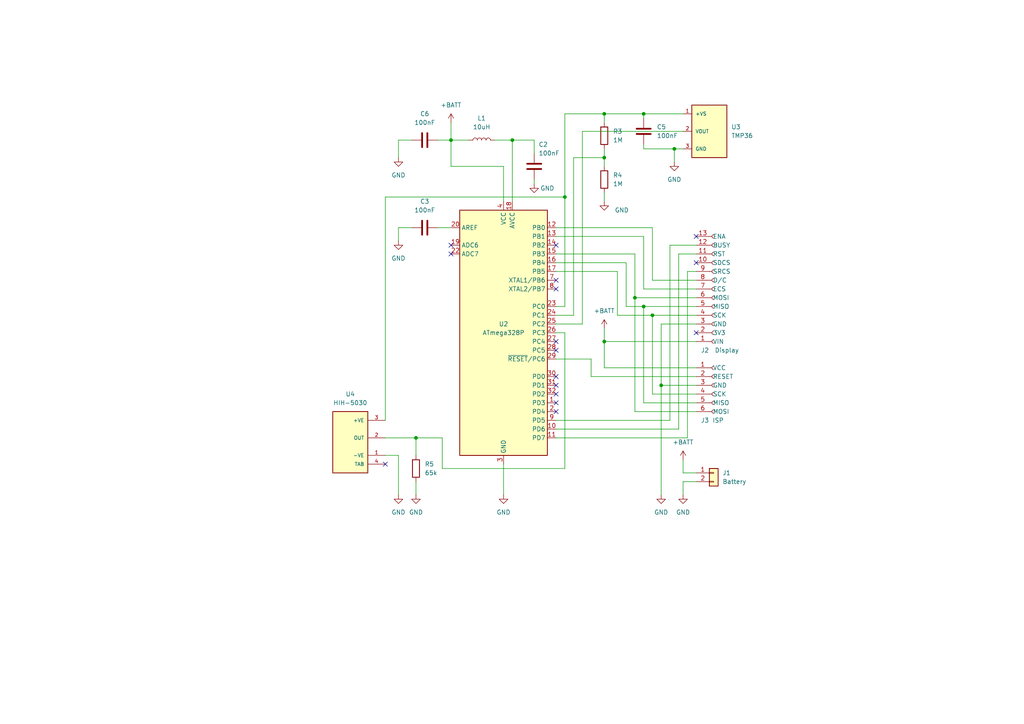
<source format=kicad_sch>
(kicad_sch (version 20211123) (generator eeschema)
  (paper "A4")
  (title_block (title "Thermidity") (date "2023-05-21") (rev "1.0.0") (company "torsten.roemer@luniks.net"))
  (lib_symbols
    (symbol "Connector:Conn_01x06_Female" (pin_names (offset 1.016))
      (property "Reference" "J1" (at 1.27 8.89 0))
      (property "Value" "ISP" (at 1.27 6.35 0))
      (symbol "Conn_01x06_Female_1_1"
        (arc (start 0 -7.112) (mid -0.508 -7.62) (end 0 -8.128) (stroke (width 0.1524)))
        (arc (start 0 -4.572) (mid -0.508 -5.08) (end 0 -5.588) (stroke (width 0.1524)))
        (arc (start 0 -2.032) (mid -0.508 -2.54) (end 0 -3.048) (stroke (width 0.1524)))
        (polyline (pts (xy -1.27 -7.62) (xy -0.508 -7.62)) (stroke (width 0.1524)))
        (polyline (pts (xy -1.27 -5.08) (xy -0.508 -5.08)) (stroke (width 0.1524)))
        (polyline (pts (xy -1.27 -2.54) (xy -0.508 -2.54)) (stroke (width 0.1524)))
        (polyline (pts (xy -1.27 0) (xy -0.508 0)) (stroke (width 0.1524)))
        (polyline (pts (xy -1.27 2.54) (xy -0.508 2.54)) (stroke (width 0.1524)))
        (polyline (pts (xy -1.27 5.08) (xy -0.508 5.08)) (stroke (width 0.1524)))
        (arc (start 0 0.508) (mid -0.508 0) (end 0 -0.508) (stroke (width 0.1524)))
        (arc (start 0 3.048) (mid -0.508 2.54) (end 0 2.032) (stroke (width 0.1524)))
        (arc (start 0 5.588) (mid -0.508 5.08) (end 0 4.572) (stroke (width 0.1524)))
        (pin passive line (at -5.08 5.08 0) (length 3.81) (name "VCC") (number "1"))
        (pin passive line (at -5.08 2.54 0) (length 3.81) (name "RESET") (number "2"))
        (pin passive line (at -5.08 0 0) (length 3.81) (name "GND") (number "3"))
        (pin passive line (at -5.08 -2.54 0) (length 3.81) (name "SCK") (number "4"))
        (pin passive line (at -5.08 -5.08 0) (length 3.81) (name "MISO") (number "5"))
        (pin passive line (at -5.08 -7.62 0) (length 3.81) (name "MOSI") (number "6"))
      )
    )
    (symbol "Connector:Conn_01x13_Female" (pin_names (offset 1.016))
      (property "Reference" "J2" (at -0.635 20.32 0))
      (property "Value" "Display" (at -0.635 17.78 0))
      (symbol "Conn_01x13_Female_1_1"
        (arc (start 0 -14.732) (mid -0.508 -15.24) (end 0 -15.748) (stroke (width 0.1524)))
        (arc (start 0 -12.192) (mid -0.508 -12.7) (end 0 -13.208) (stroke (width 0.1524)))
        (arc (start 0 -9.652) (mid -0.508 -10.16) (end 0 -10.668) (stroke (width 0.1524)))
        (arc (start 0 -7.112) (mid -0.508 -7.62) (end 0 -8.128) (stroke (width 0.1524)))
        (arc (start 0 -4.572) (mid -0.508 -5.08) (end 0 -5.588) (stroke (width 0.1524)))
        (arc (start 0 -2.032) (mid -0.508 -2.54) (end 0 -3.048) (stroke (width 0.1524)))
        (polyline (pts (xy -1.27 -15.24) (xy -0.508 -15.24)) (stroke (width 0.1524)))
        (polyline (pts (xy -1.27 -12.7) (xy -0.508 -12.7)) (stroke (width 0.1524)))
        (polyline (pts (xy -1.27 -10.16) (xy -0.508 -10.16)) (stroke (width 0.1524)))
        (polyline (pts (xy -1.27 -7.62) (xy -0.508 -7.62)) (stroke (width 0.1524)))
        (polyline (pts (xy -1.27 -5.08) (xy -0.508 -5.08)) (stroke (width 0.1524)))
        (polyline (pts (xy -1.27 -2.54) (xy -0.508 -2.54)) (stroke (width 0.1524)))
        (polyline (pts (xy -1.27 0) (xy -0.508 0)) (stroke (width 0.1524)))
        (polyline (pts (xy -1.27 2.54) (xy -0.508 2.54)) (stroke (width 0.1524)))
        (polyline (pts (xy -1.27 5.08) (xy -0.508 5.08)) (stroke (width 0.1524)))
        (polyline (pts (xy -1.27 7.62) (xy -0.508 7.62)) (stroke (width 0.1524)))
        (polyline (pts (xy -1.27 10.16) (xy -0.508 10.16)) (stroke (width 0.1524)))
        (polyline (pts (xy -1.27 12.7) (xy -0.508 12.7)) (stroke (width 0.1524)))
        (polyline (pts (xy -1.27 15.24) (xy -0.508 15.24)) (stroke (width 0.1524)))
        (arc (start 0 0.508) (mid -0.508 0) (end 0 -0.508) (stroke (width 0.1524)))
        (arc (start 0 3.048) (mid -0.508 2.54) (end 0 2.032) (stroke (width 0.1524)))
        (arc (start 0 5.588) (mid -0.508 5.08) (end 0 4.572) (stroke (width 0.1524)))
        (arc (start 0 8.128) (mid -0.508 7.62) (end 0 7.112) (stroke (width 0.1524)))
        (arc (start 0 10.668) (mid -0.508 10.16) (end 0 9.652) (stroke (width 0.1524)))
        (arc (start 0 13.208) (mid -0.508 12.7) (end 0 12.192) (stroke (width 0.1524)))
        (arc (start 0 15.748) (mid -0.508 15.24) (end 0 14.732) (stroke (width 0.1524)))
        (pin passive line (at -5.08 15.24 0) (length 3.81) (name "VIN") (number "1"))
        (pin passive line (at -5.08 -7.62 0) (length 3.81) (name "SDCS") (number "10"))
        (pin passive line (at -5.08 -10.16 0) (length 3.81) (name "RST") (number "11"))
        (pin passive line (at -5.08 -12.7 0) (length 3.81) (name "BUSY") (number "12"))
        (pin passive line (at -5.08 -15.24 0) (length 3.81) (name "ENA") (number "13"))
        (pin passive line (at -5.08 12.7 0) (length 3.81) (name "3V3") (number "2"))
        (pin passive line (at -5.08 10.16 0) (length 3.81) (name "GND") (number "3"))
        (pin passive line (at -5.08 7.62 0) (length 3.81) (name "SCK") (number "4"))
        (pin passive line (at -5.08 5.08 0) (length 3.81) (name "MISO") (number "5"))
        (pin passive line (at -5.08 2.54 0) (length 3.81) (name "MOSI") (number "6"))
        (pin passive line (at -5.08 0 0) (length 3.81) (name "ECS") (number "7"))
        (pin passive line (at -5.08 -2.54 0) (length 3.81) (name "D/C") (number "8"))
        (pin passive line (at -5.08 -5.08 0) (length 3.81) (name "SRCS") (number "9"))
      )
    )
    (symbol "Connector_Generic:Conn_01x02" (pin_names (offset 1.016) hide)
      (property "Reference" "J" (at 0 2.54 0))
      (property "Value" "Conn_01x02" (at 0 -5.08 0))
      (symbol "Conn_01x02_1_1"
        (rectangle (start -1.27 -2.413) (end 0 -2.667) (stroke (width 0.1524)))
        (rectangle (start -1.27 0.127) (end 0 -0.127) (stroke (width 0.1524)))
        (rectangle (start -1.27 1.27) (end 1.27 -3.81) (stroke (width 0.254)) (fill (type background)))
        (pin passive line (at -5.08 0 0) (length 3.81) (name "Pin_1") (number "1"))
        (pin passive line (at -5.08 -2.54 0) (length 3.81) (name "Pin_2") (number "2"))
      )
    )
    (symbol "Device:C" (pin_numbers hide) (pin_names (offset 0.254))
      (property "Reference" "C" (at 0.635 2.54 0))
      (property "Value" "C" (at 0.635 -2.54 0))
      (symbol "C_0_1"
        (polyline (pts (xy -2.032 -0.762) (xy 2.032 -0.762)) (stroke (width 0.508)))
        (polyline (pts (xy -2.032 0.762) (xy 2.032 0.762)) (stroke (width 0.508)))
      )
      (symbol "C_1_1"
        (pin passive line (at 0 3.81 270) (length 2.794) (name "~") (number "1"))
        (pin passive line (at 0 -3.81 90) (length 2.794) (name "~") (number "2"))
      )
    )
    (symbol "Device:L" (pin_numbers hide) (pin_names (offset 1.016) hide)
      (property "Reference" "L" (at -1.27 0 90))
      (property "Value" "L" (at 1.905 0 90))
      (symbol "L_0_1"
        (arc (start 0 -2.54) (mid 0.635 -1.905) (end 0 -1.27))
        (arc (start 0 -1.27) (mid 0.635 -0.635) (end 0 0))
        (arc (start 0 0) (mid 0.635 0.635) (end 0 1.27))
        (arc (start 0 1.27) (mid 0.635 1.905) (end 0 2.54))
      )
      (symbol "L_1_1"
        (pin passive line (at 0 3.81 270) (length 1.27) (name "1") (number "1"))
        (pin passive line (at 0 -3.81 90) (length 1.27) (name "2") (number "2"))
      )
    )
    (symbol "Device:R" (pin_numbers hide) (pin_names (offset 0))
      (property "Reference" "R" (at 2.032 0 90))
      (property "Value" "R" (at 0 0 90))
      (symbol "R_0_1"
        (rectangle (start -1.016 -2.54) (end 1.016 2.54) (stroke (width 0.254)))
      )
      (symbol "R_1_1"
        (pin passive line (at 0 3.81 270) (length 1.27) (name "~") (number "1"))
        (pin passive line (at 0 -3.81 90) (length 1.27) (name "~") (number "2"))
      )
    )
    (symbol "HIH-5030-001:HIH-5030-001" (pin_names (offset 1.016))
      (property "Reference" "U" (at -11.4679 10.8308 0))
      (property "Value" "HIH-5030-001" (at -11.4507 -10.8145 0))
      (symbol "HIH-5030-001_0_0"
        (rectangle (start -10.16 -7.62) (end 0 10.16) (stroke (width 0.254)) (fill (type background)))
        (pin power_in line (at 5.08 -2.54 180) (length 5.08) (name "-VE") (number "1"))
        (pin output line (at 5.08 2.54 180) (length 5.08) (name "OUT") (number "2"))
        (pin power_in line (at 5.08 7.62 180) (length 5.08) (name "+VE") (number "3"))
        (pin passive line (at 5.08 -5.08 180) (length 5.08) (name "TAB") (number "4"))
      )
    )
    (symbol "MCU_Microchip_ATmega:ATmega328P-A"
      (property "Reference" "U" (at -12.7 36.83 0))
      (property "Value" "ATmega328P-A" (at 2.54 -36.83 0))
      (symbol "ATmega328P-A_0_1"
        (rectangle (start -12.7 -35.56) (end 12.7 35.56) (stroke (width 0.254)) (fill (type background)))
      )
      (symbol "ATmega328P-A_1_1"
        (pin bidirectional line (at 15.24 -20.32 180) (length 2.54) (name "PD3") (number "1"))
        (pin bidirectional line (at 15.24 -27.94 180) (length 2.54) (name "PD6") (number "10"))
        (pin bidirectional line (at 15.24 -30.48 180) (length 2.54) (name "PD7") (number "11"))
        (pin bidirectional line (at 15.24 30.48 180) (length 2.54) (name "PB0") (number "12"))
        (pin bidirectional line (at 15.24 27.94 180) (length 2.54) (name "PB1") (number "13"))
        (pin bidirectional line (at 15.24 25.4 180) (length 2.54) (name "PB2") (number "14"))
        (pin bidirectional line (at 15.24 22.86 180) (length 2.54) (name "PB3") (number "15"))
        (pin bidirectional line (at 15.24 20.32 180) (length 2.54) (name "PB4") (number "16"))
        (pin bidirectional line (at 15.24 17.78 180) (length 2.54) (name "PB5") (number "17"))
        (pin power_in line (at 2.54 38.1 270) (length 2.54) (name "AVCC") (number "18"))
        (pin input line (at -15.24 25.4 0) (length 2.54) (name "ADC6") (number "19"))
        (pin bidirectional line (at 15.24 -22.86 180) (length 2.54) (name "PD4") (number "2"))
        (pin passive line (at -15.24 30.48 0) (length 2.54) (name "AREF") (number "20"))
        (pin passive line (at 0 -38.1 90) (length 2.54) hide (name "GND") (number "21"))
        (pin input line (at -15.24 22.86 0) (length 2.54) (name "ADC7") (number "22"))
        (pin bidirectional line (at 15.24 7.62 180) (length 2.54) (name "PC0") (number "23"))
        (pin bidirectional line (at 15.24 5.08 180) (length 2.54) (name "PC1") (number "24"))
        (pin bidirectional line (at 15.24 2.54 180) (length 2.54) (name "PC2") (number "25"))
        (pin bidirectional line (at 15.24 0 180) (length 2.54) (name "PC3") (number "26"))
        (pin bidirectional line (at 15.24 -2.54 180) (length 2.54) (name "PC4") (number "27"))
        (pin bidirectional line (at 15.24 -5.08 180) (length 2.54) (name "PC5") (number "28"))
        (pin bidirectional line (at 15.24 -7.62 180) (length 2.54) (name "~{RESET}/PC6") (number "29"))
        (pin power_in line (at 0 -38.1 90) (length 2.54) (name "GND") (number "3"))
        (pin bidirectional line (at 15.24 -12.7 180) (length 2.54) (name "PD0") (number "30"))
        (pin bidirectional line (at 15.24 -15.24 180) (length 2.54) (name "PD1") (number "31"))
        (pin bidirectional line (at 15.24 -17.78 180) (length 2.54) (name "PD2") (number "32"))
        (pin power_in line (at 0 38.1 270) (length 2.54) (name "VCC") (number "4"))
        (pin passive line (at 0 -38.1 90) (length 2.54) hide (name "GND") (number "5"))
        (pin passive line (at 0 38.1 270) (length 2.54) hide (name "VCC") (number "6"))
        (pin bidirectional line (at 15.24 15.24 180) (length 2.54) (name "XTAL1/PB6") (number "7"))
        (pin bidirectional line (at 15.24 12.7 180) (length 2.54) (name "XTAL2/PB7") (number "8"))
        (pin bidirectional line (at 15.24 -25.4 180) (length 2.54) (name "PD5") (number "9"))
      )
    )
    (symbol "TMP36GT9:TMP36GT9" (pin_names (offset 1.016))
      (property "Reference" "U" (at -5.0829 7.6244 0))
      (property "Value" "TMP36GT9" (at -5.08 -10.16 0))
      (symbol "TMP36GT9_0_0"
        (rectangle (start -5.08 -7.62) (end 5.08 7.62) (stroke (width 0.254)) (fill (type background)))
        (pin power_in line (at 7.62 5.08 180) (length 2.54) (name "+VS") (number "1"))
        (pin output line (at 7.62 0 180) (length 2.54) (name "VOUT") (number "2"))
        (pin power_in line (at 7.62 -5.08 180) (length 2.54) (name "GND") (number "3"))
      )
    )
    (symbol "power:+BATT" (power) (pin_names (offset 0))
      (property "Value" "+BATT" (at 0 3.556 0))
      (symbol "+BATT_0_1"
        (polyline (pts (xy -0.762 1.27) (xy 0 2.54)))
        (polyline (pts (xy 0 0) (xy 0 2.54)))
        (polyline (pts (xy 0 2.54) (xy 0.762 1.27)))
      )
      (symbol "+BATT_1_1"
        (pin power_in line (at 0 0 90) (length 0) hide (name "+BATT") (number "1"))
      )
    )
    (symbol "power:GND" (power) (pin_names (offset 0))
      (property "Value" "GND" (at 0 -3.81 0))
      (symbol "GND_0_1"
        (polyline (pts (xy 0 0) (xy 0 -1.27) (xy 1.27 -1.27) (xy 0 -2.54) (xy -1.27 -1.27) (xy 0 -1.27)))
      )
      (symbol "GND_1_1"
        (pin power_in line (at 0 0 270) (length 0) hide (name "GND") (number "1"))
      )
    )
  )
  (junction (at 148.59 40.64))
  (junction (at 120.65 127))
  (junction (at 189.23 91.44))
  (junction (at 186.69 88.9))
  (junction (at 175.26 33.02))
  (junction (at 186.69 33.02))
  (junction (at 130.81 40.64))
  (junction (at 175.26 99.06))
  (junction (at 163.83 57.15))
  (junction (at 184.15 86.36))
  (junction (at 191.77 111.76))
  (junction (at 195.58 43.18))
  (junction (at 175.26 45.72))
  (no_connect (at 161.29 81.28))
  (no_connect (at 161.29 71.12))
  (no_connect (at 161.29 101.6))
  (no_connect (at 161.29 116.84))
  (no_connect (at 161.29 114.3))
  (no_connect (at 161.29 99.06))
  (no_connect (at 201.93 68.58))
  (no_connect (at 201.93 96.52))
  (no_connect (at 161.29 111.76))
  (no_connect (at 201.93 76.2))
  (no_connect (at 161.29 119.38))
  (no_connect (at 111.76 134.62))
  (no_connect (at 130.81 73.66))
  (no_connect (at 161.29 83.82))
  (no_connect (at 130.81 71.12))
  (no_connect (at 161.29 109.22))
  (wire (pts (xy 184.15 119.38) (xy 184.15 86.36)))
  (wire (pts (xy 196.85 124.46) (xy 161.29 124.46)))
  (wire (pts (xy 191.77 111.76) (xy 201.93 111.76)))
  (wire (pts (xy 186.69 43.18) (xy 195.58 43.18)))
  (wire (pts (xy 163.83 135.89) (xy 163.83 96.52)))
  (wire (pts (xy 199.39 127) (xy 161.29 127)))
  (wire (pts (xy 175.26 106.68) (xy 175.26 99.06)))
  (wire (pts (xy 186.69 68.58) (xy 186.69 83.82)))
  (wire (pts (xy 186.69 83.82) (xy 201.93 83.82)))
  (wire (pts (xy 130.81 48.26) (xy 130.81 40.64)))
  (wire (pts (xy 201.93 119.38) (xy 184.15 119.38)))
  (wire (pts (xy 127 66.04) (xy 130.81 66.04)))
  (wire (pts (xy 161.29 73.66) (xy 184.15 73.66)))
  (wire (pts (xy 186.69 68.58) (xy 161.29 68.58)))
  (wire (pts (xy 195.58 43.18) (xy 198.12 43.18)))
  (wire (pts (xy 148.59 40.64) (xy 154.94 40.64)))
  (wire (pts (xy 119.38 66.04) (xy 115.57 66.04)))
  (wire (pts (xy 143.51 40.64) (xy 148.59 40.64)))
  (wire (pts (xy 161.29 76.2) (xy 181.61 76.2)))
  (wire (pts (xy 198.12 133.35) (xy 198.12 137.16)))
  (wire (pts (xy 201.93 106.68) (xy 175.26 106.68)))
  (wire (pts (xy 163.83 57.15) (xy 111.76 57.15)))
  (wire (pts (xy 201.93 139.7) (xy 198.12 139.7)))
  (wire (pts (xy 195.58 43.18) (xy 195.58 46.99)))
  (wire (pts (xy 168.91 38.1) (xy 198.12 38.1)))
  (wire (pts (xy 194.31 71.12) (xy 194.31 121.92)))
  (wire (pts (xy 186.69 41.91) (xy 186.69 43.18)))
  (wire (pts (xy 175.26 99.06) (xy 175.26 95.25)))
  (wire (pts (xy 161.29 121.92) (xy 194.31 121.92)))
  (wire (pts (xy 111.76 127) (xy 120.65 127)))
  (wire (pts (xy 201.93 99.06) (xy 175.26 99.06)))
  (wire (pts (xy 115.57 66.04) (xy 115.57 69.85)))
  (wire (pts (xy 120.65 127) (xy 128.27 127)))
  (wire (pts (xy 198.12 137.16) (xy 201.93 137.16)))
  (wire (pts (xy 127 40.64) (xy 130.81 40.64)))
  (wire (pts (xy 119.38 40.64) (xy 115.57 40.64)))
  (wire (pts (xy 120.65 139.7) (xy 120.65 143.51)))
  (wire (pts (xy 135.89 40.64) (xy 130.81 40.64)))
  (wire (pts (xy 115.57 40.64) (xy 115.57 45.72)))
  (wire (pts (xy 201.93 116.84) (xy 186.69 116.84)))
  (wire (pts (xy 199.39 78.74) (xy 199.39 127)))
  (wire (pts (xy 166.37 91.44) (xy 161.29 91.44)))
  (wire (pts (xy 161.29 104.14) (xy 171.45 104.14)))
  (wire (pts (xy 201.93 114.3) (xy 189.23 114.3)))
  (wire (pts (xy 175.26 33.02) (xy 186.69 33.02)))
  (wire (pts (xy 175.26 48.26) (xy 175.26 45.72)))
  (wire (pts (xy 191.77 111.76) (xy 191.77 143.51)))
  (wire (pts (xy 128.27 127) (xy 128.27 135.89)))
  (wire (pts (xy 128.27 135.89) (xy 163.83 135.89)))
  (wire (pts (xy 201.93 93.98) (xy 191.77 93.98)))
  (wire (pts (xy 189.23 81.28) (xy 201.93 81.28)))
  (wire (pts (xy 130.81 35.56) (xy 130.81 40.64)))
  (wire (pts (xy 189.23 114.3) (xy 189.23 91.44)))
  (wire (pts (xy 181.61 76.2) (xy 181.61 88.9)))
  (wire (pts (xy 191.77 93.98) (xy 191.77 111.76)))
  (wire (pts (xy 166.37 45.72) (xy 166.37 91.44)))
  (wire (pts (xy 161.29 96.52) (xy 163.83 96.52)))
  (wire (pts (xy 115.57 132.08) (xy 115.57 143.51)))
  (wire (pts (xy 181.61 88.9) (xy 186.69 88.9)))
  (wire (pts (xy 198.12 139.7) (xy 198.12 143.51)))
  (wire (pts (xy 163.83 88.9) (xy 163.83 57.15)))
  (wire (pts (xy 194.31 71.12) (xy 201.93 71.12)))
  (wire (pts (xy 120.65 127) (xy 120.65 132.08)))
  (wire (pts (xy 111.76 132.08) (xy 115.57 132.08)))
  (wire (pts (xy 196.85 73.66) (xy 201.93 73.66)))
  (wire (pts (xy 175.26 43.18) (xy 175.26 45.72)))
  (wire (pts (xy 186.69 33.02) (xy 198.12 33.02)))
  (wire (pts (xy 166.37 45.72) (xy 175.26 45.72)))
  (wire (pts (xy 148.59 40.64) (xy 148.59 58.42)))
  (wire (pts (xy 186.69 116.84) (xy 186.69 88.9)))
  (wire (pts (xy 163.83 33.02) (xy 175.26 33.02)))
  (wire (pts (xy 184.15 86.36) (xy 201.93 86.36)))
  (wire (pts (xy 189.23 66.04) (xy 189.23 81.28)))
  (wire (pts (xy 196.85 73.66) (xy 196.85 124.46)))
  (wire (pts (xy 171.45 109.22) (xy 201.93 109.22)))
  (wire (pts (xy 184.15 73.66) (xy 184.15 86.36)))
  (wire (pts (xy 186.69 33.02) (xy 186.69 34.29)))
  (wire (pts (xy 146.05 134.62) (xy 146.05 143.51)))
  (wire (pts (xy 189.23 91.44) (xy 201.93 91.44)))
  (wire (pts (xy 168.91 38.1) (xy 168.91 93.98)))
  (wire (pts (xy 175.26 55.88) (xy 175.26 58.42)))
  (wire (pts (xy 161.29 78.74) (xy 179.07 78.74)))
  (wire (pts (xy 186.69 88.9) (xy 201.93 88.9)))
  (wire (pts (xy 168.91 93.98) (xy 161.29 93.98)))
  (wire (pts (xy 171.45 104.14) (xy 171.45 109.22)))
  (wire (pts (xy 154.94 40.64) (xy 154.94 44.45)))
  (wire (pts (xy 163.83 57.15) (xy 163.83 33.02)))
  (wire (pts (xy 201.93 78.74) (xy 199.39 78.74)))
  (wire (pts (xy 179.07 91.44) (xy 189.23 91.44)))
  (wire (pts (xy 111.76 57.15) (xy 111.76 121.92)))
  (wire (pts (xy 179.07 78.74) (xy 179.07 91.44)))
  (wire (pts (xy 161.29 88.9) (xy 163.83 88.9)))
  (wire (pts (xy 175.26 33.02) (xy 175.26 35.56)))
  (wire (pts (xy 146.05 48.26) (xy 130.81 48.26)))
  (wire (pts (xy 189.23 66.04) (xy 161.29 66.04)))
  (wire (pts (xy 146.05 58.42) (xy 146.05 48.26)))
  (wire (pts (xy 154.94 52.07) (xy 154.94 53.34)))
  (symbol (lib_id "Device:C") (at 186.69 38.1 0) (unit 1)
    (property "Reference" "C5" (at 190.5 36.8299 0) (effects (justify left)))
    (property "Value" "100nF" (at 190.5 39.3699 0) (effects (justify left)))
    (property "Footprint" "Capacitor_SMD:C_1206_3216Metric_Pad1.33x1.80mm_HandSolder" (effects hide))
  )
  (symbol (lib_id "power:GND") (at 146.05 143.51 0) (unit 1)
    (property "Reference" "#PWR0104" (effects hide))
    (property "Value" "GND" (at 146.05 148.59 0))
  )
  (symbol (lib_id "Connector:Conn_01x13_Female") (at 207.01 83.82 0) (mirror x) (unit 1)
    (property "Reference" "J2" (at 204.47 101.6 0))
    (property "Value" "Display" (at 210.82 101.6 0))
    (property "Footprint" "Connector_PinSocket_2.54mm:PinSocket_1x13_P2.54mm_Vertical" (effects hide))
  )
  (symbol (lib_id "power:GND") (at 195.58 46.99 0) (unit 1)
    (property "Reference" "#PWR0109" (effects hide))
    (property "Value" "GND" (at 195.58 52.07 0))
  )
  (symbol (lib_id "power:GND") (at 115.57 45.72 0) (unit 1)
    (property "Reference" "#PWR0107" (effects hide))
    (property "Value" "GND" (at 115.57 50.8 0))
  )
  (symbol (lib_id "Connector_Generic:Conn_01x02") (at 207.01 137.16 0) (unit 1)
    (property "Reference" "J1" (at 209.55 137.1599 0) (effects (justify left)))
    (property "Value" "Battery" (at 209.55 139.6999 0) (effects (justify left)))
    (property "Footprint" "Connector_JST:JST_PH_S2B-PH-K_1x02_P2.00mm_Horizontal" (effects hide))
  )
  (symbol (lib_id "power:+BATT") (at 198.12 133.35 0) (unit 1)
    (property "Reference" "#PWR0115" (effects hide))
    (property "Value" "+BATT" (at 198.12 128.27 0))
  )
  (symbol (lib_id "power:GND") (at 120.65 143.51 0) (unit 1)
    (property "Reference" "#PWR0105" (effects hide))
    (property "Value" "GND" (at 120.65 148.59 0))
  )
  (symbol (lib_id "power:+BATT") (at 175.26 95.25 0) (unit 1)
    (property "Reference" "#PWR0112" (effects hide))
    (property "Value" "+BATT" (at 175.26 90.17 0))
  )
  (symbol (lib_id "Connector:Conn_01x06_Female") (at 207.01 111.76 0) (unit 1)
    (property "Reference" "J3" (at 204.47 121.92 0))
    (property "Value" "ISP" (at 208.28 121.92 0))
    (property "Footprint" "Connector_PinSocket_2.54mm:PinSocket_1x06_P2.54mm_Vertical" (effects hide))
  )
  (symbol (lib_id "power:+BATT") (at 130.81 35.56 0) (unit 1)
    (property "Reference" "#PWR01" (effects hide))
    (property "Value" "+BATT" (at 130.81 30.48 0))
  )
  (symbol (lib_id "Device:C") (at 123.19 40.64 90) (unit 1)
    (property "Reference" "C6" (at 123.19 33.02 90))
    (property "Value" "100nF" (at 123.19 35.56 90))
    (property "Footprint" "Capacitor_SMD:C_1206_3216Metric_Pad1.33x1.80mm_HandSolder" (effects hide))
  )
  (symbol (lib_id "power:GND") (at 115.57 143.51 0) (unit 1)
    (property "Reference" "#PWR0106" (effects hide))
    (property "Value" "GND" (at 115.57 148.59 0))
  )
  (symbol (lib_id "MCU_Microchip_ATmega:ATmega328P-A") (at 146.05 96.52 0) (unit 1)
    (property "Reference" "U2" (at 146.05 93.98 0))
    (property "Value" "ATmega328P" (at 146.05 96.52 0))
    (property "Footprint" "Package_QFP:TQFP-32_7x7mm_P0.8mm" (effects hide))
    (property "Datasheet" "http://ww1.microchip.com/downloads/en/DeviceDoc/ATmega328_P%20AVR%20MCU%20with%20picoPower%20Technology%20Data%20Sheet%2040001984A.pdf" (effects hide))
  )
  (symbol (lib_id "Device:C") (at 154.94 48.26 180) (unit 1)
    (property "Reference" "C2" (at 156.21 41.91 0) (effects (justify right)))
    (property "Value" "100nF" (at 156.21 44.45 0) (effects (justify right)))
    (property "Footprint" "Capacitor_SMD:C_1206_3216Metric_Pad1.33x1.80mm_HandSolder" (effects hide))
  )
  (symbol (lib_id "power:GND") (at 191.77 143.51 0) (unit 1)
    (property "Reference" "#PWR0113" (effects hide))
    (property "Value" "GND" (at 191.77 148.59 0))
  )
  (symbol (lib_id "power:GND") (at 115.57 69.85 0) (unit 1)
    (property "Reference" "#PWR0102" (effects hide))
    (property "Value" "GND" (at 115.57 74.93 0))
  )
  (symbol (lib_id "Device:R") (at 120.65 135.89 0) (unit 1)
    (property "Reference" "R5" (at 123.19 134.6199 0) (effects (justify left)))
    (property "Value" "65k" (at 123.19 137.1599 0) (effects (justify left)))
    (property "Footprint" "Resistor_SMD:R_0805_2012Metric_Pad1.20x1.40mm_HandSolder" (effects hide))
  )
  (symbol (lib_id "TMP36GT9:TMP36GT9") (at 205.74 38.1 0) (mirror y) (unit 1)
    (property "Reference" "U3" (at 212.09 36.8299 0) (effects (justify right)))
    (property "Value" "TMP36" (at 212.09 39.3699 0) (effects (justify right)))
    (property "Footprint" "TMP36GT9:XDCR_TMP36GT9" (effects hide))
    (property "PARTREV" "H" (effects hide))
    (property "MANUFACTURER" "ANALOG DEVICE" (effects hide))
  )
  (symbol (lib_id "Device:R") (at 175.26 52.07 0) (unit 1)
    (property "Reference" "R4" (at 177.8 50.7999 0) (effects (justify left)))
    (property "Value" "1M" (at 177.8 53.3399 0) (effects (justify left)))
    (property "Footprint" "Resistor_SMD:R_0805_2012Metric_Pad1.20x1.40mm_HandSolder" (effects hide))
  )
  (symbol (lib_id "power:GND") (at 198.12 143.51 0) (unit 1)
    (property "Reference" "#PWR0114" (effects hide))
    (property "Value" "GND" (at 198.12 148.59 0))
  )
  (symbol (lib_id "power:GND") (at 175.26 58.42 0) (unit 1)
    (property "Reference" "#PWR0101" (effects hide))
    (property "Value" "GND" (at 180.34 60.96 0))
  )
  (symbol (lib_id "HIH-5030-001:HIH-5030-001") (at 106.68 129.54 0) (unit 1)
    (property "Reference" "U4" (at 101.6 114.3 0))
    (property "Value" "HIH-5030" (at 101.6 116.84 0))
    (property "Footprint" "HIH-5030-001:HONEYWELL_HIH-5030-001" (effects hide))
    (property "PACKAGE" "None" (effects hide))
    (property "MF" "Honeywell" (effects hide))
    (property "PRICE" "$6.78 USD" (effects hide))
    (property "MP" "HIH-5030-001" (effects hide))
    (property "AVAILABILITY" "Good" (effects hide))
  )
  (symbol (lib_id "Device:L") (at 139.7 40.64 90) (unit 1)
    (property "Reference" "L1" (at 139.7 34.29 90))
    (property "Value" "10uH" (at 139.7 36.83 90))
    (property "Footprint" "Inductor_SMD:L_1210_3225Metric_Pad1.42x2.65mm_HandSolder" (effects hide))
  )
  (symbol (lib_id "power:GND") (at 154.94 53.34 0) (unit 1)
    (property "Reference" "#PWR0117" (effects hide))
    (property "Value" "GND" (at 158.75 54.61 0))
  )
  (symbol (lib_id "Device:R") (at 175.26 39.37 0) (unit 1)
    (property "Reference" "R3" (at 177.8 38.0999 0) (effects (justify left)))
    (property "Value" "1M" (at 177.8 40.6399 0) (effects (justify left)))
    (property "Footprint" "Resistor_SMD:R_0805_2012Metric_Pad1.20x1.40mm_HandSolder" (effects hide))
  )
  (symbol (lib_id "Device:C") (at 123.19 66.04 90) (unit 1)
    (property "Reference" "C3" (at 123.19 58.42 90))
    (property "Value" "100nF" (at 123.19 60.96 90))
    (property "Footprint" "Capacitor_SMD:C_1206_3216Metric_Pad1.33x1.80mm_HandSolder" (effects hide))
  )
)
</source>
